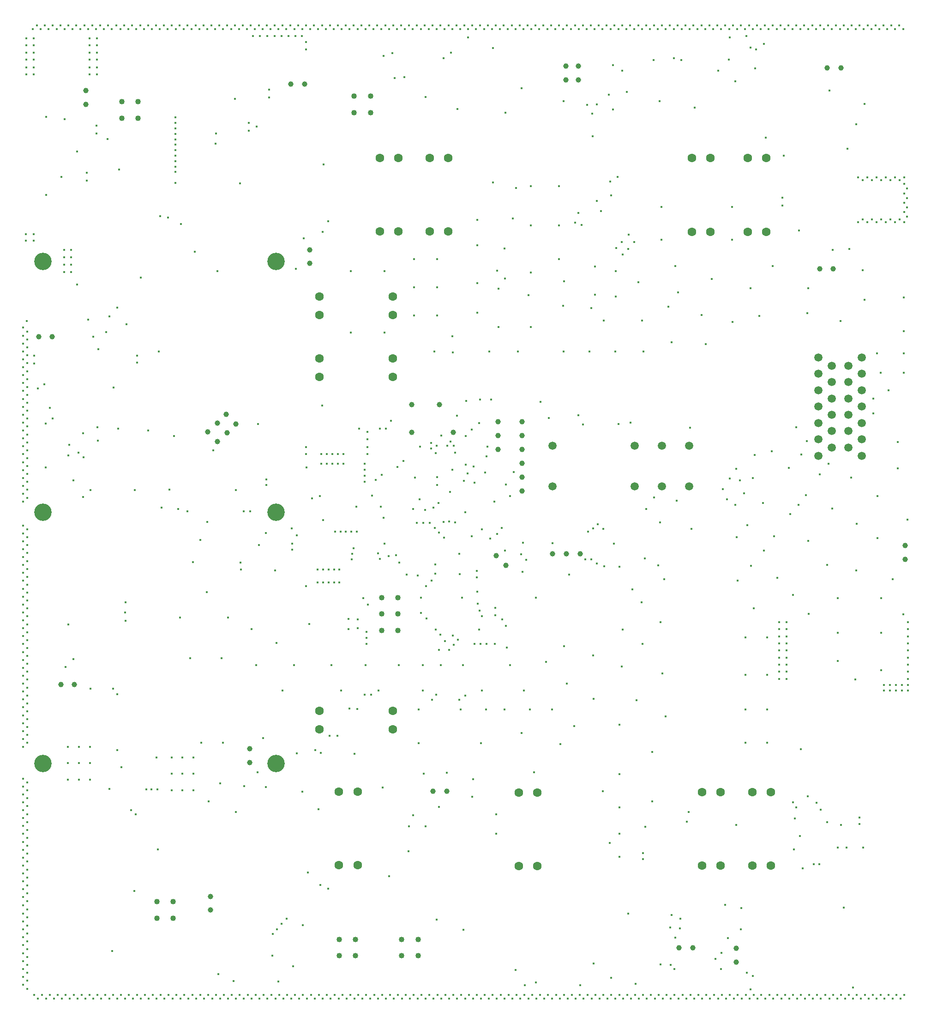
<source format=gbr>
%TF.GenerationSoftware,KiCad,Pcbnew,8.0.5*%
%TF.CreationDate,2025-02-03T18:44:33+01:00*%
%TF.ProjectId,FT25_PDU,46543235-5f50-4445-952e-6b696361645f,V1.2*%
%TF.SameCoordinates,Original*%
%TF.FileFunction,Plated,1,4,PTH,Drill*%
%TF.FilePolarity,Positive*%
%FSLAX46Y46*%
G04 Gerber Fmt 4.6, Leading zero omitted, Abs format (unit mm)*
G04 Created by KiCad (PCBNEW 8.0.5) date 2025-02-03 18:44:33*
%MOMM*%
%LPD*%
G01*
G04 APERTURE LIST*
%TA.AperFunction,ViaDrill*%
%ADD10C,0.400000*%
%TD*%
%TA.AperFunction,ComponentDrill*%
%ADD11C,1.000000*%
%TD*%
%TA.AperFunction,ComponentDrill*%
%ADD12C,1.020000*%
%TD*%
%TA.AperFunction,ComponentDrill*%
%ADD13C,1.500000*%
%TD*%
%TA.AperFunction,ComponentDrill*%
%ADD14C,1.600000*%
%TD*%
%TA.AperFunction,ComponentDrill*%
%ADD15C,3.200000*%
%TD*%
G04 APERTURE END LIST*
D10*
X112811252Y-110225000D03*
X112811252Y-111675000D03*
X112811252Y-113125000D03*
X112811252Y-114575000D03*
X112811252Y-116025001D03*
X112811252Y-118925000D03*
X112811252Y-120375000D03*
X112811252Y-121825000D03*
X112811252Y-123275000D03*
X112811252Y-127625000D03*
X112811252Y-129075000D03*
X112811252Y-130525000D03*
X112811252Y-131975000D03*
X112811252Y-136325000D03*
X112811252Y-137775000D03*
X112811252Y-139225000D03*
X112811252Y-140675000D03*
X112811252Y-146475000D03*
X112811252Y-147925000D03*
X112811252Y-149375000D03*
X112811252Y-153725000D03*
X112811252Y-155175000D03*
X112811252Y-156625000D03*
X112811252Y-158075000D03*
X112811252Y-162425000D03*
X112811252Y-163875000D03*
X112811252Y-165325000D03*
X112811252Y-166775000D03*
X112811252Y-171125000D03*
X112811252Y-172575000D03*
X112811252Y-174025000D03*
X112811252Y-175475000D03*
X112811252Y-179825000D03*
X112811252Y-181275000D03*
X112811252Y-182725000D03*
X112811252Y-184175000D03*
X112811252Y-192875000D03*
X112811252Y-197225000D03*
X112811252Y-198675000D03*
X112811252Y-200125000D03*
X112811252Y-201575000D03*
X112811252Y-205925000D03*
X112811252Y-207375000D03*
X112811252Y-208825000D03*
X112811252Y-210275000D03*
X112811252Y-214625000D03*
X112811252Y-216075000D03*
X112811252Y-220525000D03*
X112811252Y-221975000D03*
X112811252Y-223425000D03*
X112811252Y-224875000D03*
X112811252Y-229225000D03*
X112811252Y-230675000D03*
X112811253Y-117475000D03*
X112811253Y-124725000D03*
X112811253Y-126175000D03*
X112811253Y-133425000D03*
X112811253Y-134875000D03*
X112811253Y-142125000D03*
X112811253Y-150825000D03*
X112811253Y-152275000D03*
X112811253Y-159525000D03*
X112811253Y-160975000D03*
X112811253Y-168225000D03*
X112811253Y-169675000D03*
X112811253Y-176925000D03*
X112811253Y-178375000D03*
X112811253Y-185625000D03*
X112811253Y-187075000D03*
X112811253Y-194325000D03*
X112811253Y-195775000D03*
X112811253Y-203025000D03*
X112811253Y-204475000D03*
X112811253Y-211725000D03*
X112811253Y-213175000D03*
X112811253Y-217625000D03*
X112811253Y-219075000D03*
X112811253Y-226325000D03*
X112811253Y-227775000D03*
X113300000Y-93100000D03*
X113300000Y-94300000D03*
X113400000Y-57200000D03*
X113400000Y-58500000D03*
X113400000Y-59800000D03*
X113400000Y-61100000D03*
X113400000Y-62500000D03*
X113400000Y-63800000D03*
X113460000Y-109000000D03*
X113500000Y-110950000D03*
X113500000Y-112400000D03*
X113500000Y-113850000D03*
X113500000Y-115300000D03*
X113500000Y-116750001D03*
X113500000Y-118199999D03*
X113500000Y-119650000D03*
X113500000Y-121100000D03*
X113500000Y-122550000D03*
X113500000Y-124000000D03*
X113500000Y-125450001D03*
X113500000Y-126899999D03*
X113500000Y-128350000D03*
X113500000Y-129800000D03*
X113500000Y-131250000D03*
X113500000Y-132700000D03*
X113500000Y-134150001D03*
X113500000Y-135599999D03*
X113500000Y-137050000D03*
X113500000Y-138500000D03*
X113500000Y-139950000D03*
X113500000Y-141400000D03*
X113500000Y-147200000D03*
X113500000Y-148650000D03*
X113500000Y-150100000D03*
X113500000Y-151550001D03*
X113500000Y-152999999D03*
X113500000Y-154450000D03*
X113500000Y-155900000D03*
X113500000Y-157350000D03*
X113500000Y-158800000D03*
X113500000Y-160250001D03*
X113500000Y-161700000D03*
X113500000Y-163150000D03*
X113500000Y-164600000D03*
X113500000Y-166050000D03*
X113500000Y-167500000D03*
X113500000Y-168950001D03*
X113500000Y-170400000D03*
X113500000Y-171850000D03*
X113500000Y-173300000D03*
X113500000Y-174750000D03*
X113500000Y-176200000D03*
X113500000Y-177650001D03*
X113500000Y-179100000D03*
X113500000Y-180550000D03*
X113500000Y-182000000D03*
X113500000Y-183450000D03*
X113500000Y-184900000D03*
X113500000Y-186350001D03*
X113500000Y-193600000D03*
X113500000Y-195050001D03*
X113500000Y-196500000D03*
X113500000Y-197950000D03*
X113500000Y-199400000D03*
X113500000Y-200850000D03*
X113500000Y-202300000D03*
X113500000Y-203750001D03*
X113500000Y-205200000D03*
X113500000Y-206600000D03*
X113500000Y-208100000D03*
X113500000Y-209550000D03*
X113500000Y-211000000D03*
X113500000Y-212449999D03*
X113500000Y-213900000D03*
X113500000Y-215350000D03*
X113500000Y-216900000D03*
X113500000Y-218350001D03*
X113500000Y-219800000D03*
X113500000Y-221250000D03*
X113500000Y-222700000D03*
X113500000Y-224150000D03*
X113500000Y-225600000D03*
X113500000Y-227050001D03*
X113500000Y-228500000D03*
X113500000Y-229950000D03*
X113500000Y-231400000D03*
X114575000Y-55488748D03*
X114700000Y-57200000D03*
X114700000Y-58500000D03*
X114700000Y-59800000D03*
X114700000Y-61100000D03*
X114700000Y-62500000D03*
X114700000Y-63800000D03*
X114700000Y-93100000D03*
X114700000Y-94300000D03*
X114800000Y-232500000D03*
X114850000Y-115365000D03*
X114850000Y-116835000D03*
X115300000Y-54800000D03*
X115500000Y-121400000D03*
X115525000Y-233188748D03*
X116025000Y-55488748D03*
X116250000Y-232500000D03*
X116700000Y-120600008D03*
X116750000Y-54800000D03*
X116950000Y-127809998D03*
X116950000Y-135830000D03*
X116975000Y-233188748D03*
X117000000Y-85900000D03*
X117010000Y-71560000D03*
X117475000Y-55488748D03*
X117700000Y-124900000D03*
X117700000Y-232500000D03*
X118200000Y-54800000D03*
X118200000Y-126900000D03*
X118425000Y-233188748D03*
X118925000Y-55488747D03*
X119150000Y-232500000D03*
X119650001Y-54800000D03*
X119820000Y-82610000D03*
X119875000Y-233188748D03*
X120300000Y-96000000D03*
X120300000Y-97300000D03*
X120300000Y-98700000D03*
X120300000Y-100000000D03*
X120375000Y-55488747D03*
X120380000Y-72000000D03*
X120600000Y-172400000D03*
X120600000Y-232500000D03*
X121020000Y-187060000D03*
X121020000Y-190060000D03*
X121020000Y-193060000D03*
X121096643Y-164655057D03*
X121100000Y-54800000D03*
X121109733Y-133655785D03*
X121220000Y-131730000D03*
X121325000Y-233188748D03*
X121600000Y-96000000D03*
X121600000Y-97300000D03*
X121600000Y-98700000D03*
X121600000Y-100000000D03*
X121825000Y-55488748D03*
X122000006Y-138200000D03*
X122026642Y-170965056D03*
X122050000Y-232500000D03*
X122550000Y-54800000D03*
X122670000Y-77940000D03*
X122690000Y-102300000D03*
X122775000Y-233188748D03*
X122925000Y-133107169D03*
X123020000Y-187060000D03*
X123020000Y-190060000D03*
X123020000Y-193060000D03*
X123275000Y-55488748D03*
X123500000Y-232500000D03*
X123770000Y-129560000D03*
X123800000Y-141300000D03*
X123900000Y-134000000D03*
X124000000Y-54800000D03*
X124225000Y-233188748D03*
X124500000Y-81800000D03*
X124500000Y-83300000D03*
X124725000Y-55488748D03*
X124740000Y-108780000D03*
X124950000Y-232500000D03*
X125000000Y-57200000D03*
X125000000Y-58500000D03*
X125000000Y-59800000D03*
X125000000Y-61100000D03*
X125000000Y-62500000D03*
X125000000Y-63800000D03*
X125020000Y-187060000D03*
X125020000Y-190060000D03*
X125020000Y-193060000D03*
X125096643Y-176415000D03*
X125100000Y-140000000D03*
X125450000Y-54800000D03*
X125650000Y-111860000D03*
X125675000Y-233188748D03*
X126175000Y-55488748D03*
X126210000Y-73180000D03*
X126210000Y-74640000D03*
X126300000Y-57200000D03*
X126300000Y-58500000D03*
X126300000Y-59800000D03*
X126300000Y-61100000D03*
X126300000Y-62500000D03*
X126300000Y-63800000D03*
X126400000Y-232500000D03*
X126410000Y-128460000D03*
X126500000Y-130900000D03*
X126595000Y-114185000D03*
X126900000Y-54800000D03*
X127125000Y-233188748D03*
X127625000Y-55488747D03*
X127850000Y-232500000D03*
X128000000Y-111000000D03*
X128310000Y-75640000D03*
X128350001Y-54800000D03*
X128575000Y-233188748D03*
X128580000Y-194790000D03*
X128640000Y-108180000D03*
X129075000Y-55488747D03*
X129100000Y-224500000D03*
X129286643Y-176385057D03*
X129300000Y-232500000D03*
X129400000Y-121200000D03*
X129900000Y-54800000D03*
X130010000Y-177380000D03*
X130025000Y-233188748D03*
X130035000Y-187700000D03*
X130070000Y-106520000D03*
X130209425Y-128709479D03*
X130400000Y-81200000D03*
X130625000Y-55488748D03*
X130750000Y-232500000D03*
X130830000Y-190830000D03*
X131350000Y-54800000D03*
X131475000Y-233188748D03*
X131520000Y-162470000D03*
X131540000Y-160600000D03*
X131540000Y-163930000D03*
X131700000Y-109600000D03*
X132075000Y-55488748D03*
X132200000Y-232500000D03*
X132600000Y-198700000D03*
X132800000Y-54800000D03*
X132925000Y-233188748D03*
X133200000Y-213500002D03*
X133298000Y-139970000D03*
X133430000Y-199400000D03*
X133525000Y-55488747D03*
X133650000Y-232500000D03*
X133700000Y-115375000D03*
X133700000Y-116600000D03*
X134250001Y-54800000D03*
X134375000Y-233188748D03*
X134400001Y-101079999D03*
X134975000Y-55488747D03*
X135100000Y-232500000D03*
X135350000Y-194860000D03*
X135700000Y-54800000D03*
X135710000Y-129090000D03*
X135825000Y-233188748D03*
X136350000Y-194860000D03*
X136425000Y-55488748D03*
X136550000Y-232500000D03*
X137150000Y-54800000D03*
X137210000Y-189045000D03*
X137275000Y-233188748D03*
X137410000Y-194860000D03*
X137460000Y-205870000D03*
X137690000Y-114580000D03*
X137875000Y-55488748D03*
X137910000Y-89820000D03*
X138000000Y-232500000D03*
X138200000Y-143200000D03*
X138600000Y-54800000D03*
X138725000Y-233188748D03*
X139300000Y-55500000D03*
X139330000Y-90060000D03*
X139450000Y-232500000D03*
X139600000Y-139900000D03*
X140000000Y-189000000D03*
X140000000Y-192000000D03*
X140000000Y-195000000D03*
X140050000Y-54800000D03*
X140175000Y-233188748D03*
X140470000Y-130070000D03*
X140700000Y-71700000D03*
X140700000Y-72700000D03*
X140700000Y-73700000D03*
X140700000Y-74700000D03*
X140700000Y-75700000D03*
X140700000Y-76700000D03*
X140700000Y-77700000D03*
X140700000Y-78700000D03*
X140700000Y-79700000D03*
X140700000Y-80700000D03*
X140700000Y-81700000D03*
X140700000Y-83700000D03*
X140800000Y-55500000D03*
X140900000Y-232500000D03*
X141200000Y-143500000D03*
X141500000Y-54800000D03*
X141600000Y-163400000D03*
X141625000Y-233188748D03*
X141750000Y-91230000D03*
X142000000Y-189000000D03*
X142000000Y-192000000D03*
X142000000Y-195000000D03*
X142225000Y-55488747D03*
X142350000Y-232500000D03*
X142900000Y-143900000D03*
X142950001Y-54800000D03*
X143075000Y-233188748D03*
X143400000Y-170800000D03*
X143675000Y-55488747D03*
X143825000Y-232511252D03*
X143900000Y-153240000D03*
X144000000Y-189000000D03*
X144000000Y-192000000D03*
X144000000Y-195000000D03*
X144240000Y-96300000D03*
X144400000Y-54800000D03*
X144550000Y-233200000D03*
X145125000Y-55488748D03*
X145248008Y-149151992D03*
X145275000Y-232511252D03*
X145438624Y-186269996D03*
X145850000Y-54800000D03*
X146000000Y-233200000D03*
X146500000Y-158700000D03*
X146575000Y-55488748D03*
X146600000Y-145800000D03*
X146725000Y-232511252D03*
X146800000Y-197100000D03*
X147300000Y-54800000D03*
X147450000Y-233200000D03*
X147700000Y-132700000D03*
X148025000Y-55488748D03*
X148060000Y-76510000D03*
X148175000Y-232511252D03*
X148200000Y-74600000D03*
X148400000Y-99900000D03*
X148600000Y-228700000D03*
X148750000Y-54800000D03*
X148900000Y-233200000D03*
X148960000Y-193750000D03*
X149200000Y-170800000D03*
X149450000Y-186282143D03*
X149475000Y-55488748D03*
X149625000Y-232511252D03*
X150200000Y-54800000D03*
X150350000Y-233200000D03*
X150400000Y-163400000D03*
X150925000Y-55488747D03*
X151075000Y-232511252D03*
X151402000Y-229980000D03*
X151600000Y-68300000D03*
X151650001Y-54800000D03*
X151800000Y-140000000D03*
X151800000Y-199000000D03*
X151800000Y-233200000D03*
X152375000Y-55488747D03*
X152525000Y-232511252D03*
X152590000Y-83790000D03*
X152615045Y-153286262D03*
X152780000Y-154550000D03*
X153100000Y-54800000D03*
X153250000Y-233200000D03*
X153255000Y-143865000D03*
X153301992Y-194298008D03*
X153825000Y-55488748D03*
X153975000Y-232511252D03*
X154200000Y-72700000D03*
X154200000Y-74100000D03*
X154425000Y-143860000D03*
X154550000Y-54800000D03*
X154700000Y-165500000D03*
X154700000Y-233200000D03*
X154900000Y-56750000D03*
X155275000Y-55488748D03*
X155425000Y-232511252D03*
X155500000Y-172100000D03*
X155620000Y-73390000D03*
X155805000Y-191700000D03*
X155900000Y-127900000D03*
X156000000Y-54800000D03*
X156030000Y-150040000D03*
X156150000Y-233200000D03*
X156200000Y-56750000D03*
X156725000Y-55488748D03*
X156800000Y-185450000D03*
X156875000Y-232511252D03*
X157300000Y-147900000D03*
X157300000Y-194400000D03*
X157374997Y-138074989D03*
X157400000Y-139100000D03*
X157450000Y-54800000D03*
X157550000Y-56750000D03*
X157600000Y-233200000D03*
X157865000Y-68065000D03*
X157895000Y-66595000D03*
X158175000Y-55488748D03*
X158325000Y-232511252D03*
X158500000Y-225300000D03*
X158600000Y-221350000D03*
X158900000Y-54800000D03*
X158900000Y-56750000D03*
X158990000Y-154700000D03*
X159050000Y-233200000D03*
X159300000Y-168000000D03*
X159350000Y-220500000D03*
X159600000Y-230100000D03*
X159625000Y-55488747D03*
X159775000Y-232511252D03*
X160200000Y-56750000D03*
X160220000Y-219510000D03*
X160349999Y-54800000D03*
X160400000Y-176700000D03*
X160500000Y-233200000D03*
X161075000Y-55488747D03*
X161120000Y-218550000D03*
X161225000Y-232511252D03*
X161500000Y-56750000D03*
X161800000Y-54800000D03*
X161950000Y-233200000D03*
X162039380Y-146994046D03*
X162100000Y-149849997D03*
X162100000Y-150900000D03*
X162340000Y-227320000D03*
X162500000Y-172100000D03*
X162525000Y-55488748D03*
X162675000Y-232511252D03*
X162700000Y-56750000D03*
X162830000Y-99440000D03*
X162950000Y-188250000D03*
X162999999Y-148299999D03*
X163250000Y-54800000D03*
X163400000Y-233200000D03*
X163950000Y-56750000D03*
X163975000Y-55488748D03*
X164010000Y-195260000D03*
X164060000Y-219720000D03*
X164125000Y-232511252D03*
X164250000Y-93870000D03*
X164640000Y-133350000D03*
X164650000Y-57900000D03*
X164650000Y-59200000D03*
X164660000Y-132100000D03*
X164699992Y-157600000D03*
X164700000Y-54800000D03*
X164730000Y-135850000D03*
X164850000Y-233200000D03*
X165025000Y-210100000D03*
X165250000Y-164525000D03*
X165425000Y-55488748D03*
X165575000Y-232511252D03*
X165800000Y-141500000D03*
X166150000Y-54800000D03*
X166300000Y-233200000D03*
X166400000Y-187700000D03*
X166800000Y-154600000D03*
X166800000Y-156900000D03*
X166875000Y-55488748D03*
X166975000Y-198520000D03*
X167025000Y-232511252D03*
X167200000Y-141100000D03*
X167300000Y-212400000D03*
X167400000Y-188200000D03*
X167500000Y-133400000D03*
X167500000Y-135200000D03*
X167600000Y-54800000D03*
X167600000Y-124500000D03*
X167700000Y-92700000D03*
X167750000Y-233200000D03*
X167800000Y-145500000D03*
X167800000Y-154600000D03*
X167800000Y-156900000D03*
X167870000Y-80280000D03*
X168325000Y-55488747D03*
X168475000Y-232511252D03*
X168500000Y-133400000D03*
X168500000Y-135200000D03*
X168746017Y-213092734D03*
X168750000Y-90690000D03*
X168800000Y-154600000D03*
X168800000Y-156900000D03*
X169000000Y-185000000D03*
X169049999Y-54800000D03*
X169200000Y-233200000D03*
X169300000Y-172100000D03*
X169500000Y-133400000D03*
X169500000Y-135200000D03*
X169775000Y-55488747D03*
X169800000Y-154600000D03*
X169800000Y-156900000D03*
X169925000Y-232511252D03*
X170000000Y-147600000D03*
X170399993Y-185000007D03*
X170500000Y-54800000D03*
X170500000Y-133400000D03*
X170500000Y-135200000D03*
X170650000Y-233200000D03*
X170800000Y-154600000D03*
X170800000Y-156900000D03*
X171000000Y-147600000D03*
X171100000Y-176700000D03*
X171225000Y-55488748D03*
X171375000Y-232511252D03*
X171500000Y-133400000D03*
X171500000Y-135200000D03*
X171950000Y-54800000D03*
X172000000Y-147600000D03*
X172100000Y-233200000D03*
X172500000Y-163600002D03*
X172500010Y-165500000D03*
X172630000Y-180080042D03*
X172675000Y-55488748D03*
X172825000Y-232511252D03*
X172900000Y-99900000D03*
X172900000Y-111100000D03*
X173000000Y-147600000D03*
X173100000Y-152700000D03*
X173178100Y-151701287D03*
X173400000Y-54800000D03*
X173400000Y-150675000D03*
X173550000Y-233200000D03*
X173600000Y-188300000D03*
X173900000Y-143025000D03*
X174000000Y-147600000D03*
X174098008Y-180098008D03*
X174125000Y-55488748D03*
X174200000Y-163700000D03*
X174200000Y-165300000D03*
X174275000Y-232511252D03*
X174400000Y-128700000D03*
X174850000Y-54800000D03*
X175000000Y-233200000D03*
X175200000Y-159800000D03*
X175399996Y-177500000D03*
X175400000Y-135200000D03*
X175400000Y-136300000D03*
X175400000Y-137400000D03*
X175400000Y-138500000D03*
X175575000Y-55488748D03*
X175600000Y-172100000D03*
X175725000Y-232511252D03*
X175800000Y-166000000D03*
X175800000Y-167100000D03*
X175800000Y-168200000D03*
X175900000Y-129300000D03*
X175900000Y-130700000D03*
X175900000Y-132100000D03*
X175900000Y-133400000D03*
X176000000Y-161000000D03*
X176300000Y-54800000D03*
X176450000Y-233200000D03*
X176600000Y-177500000D03*
X176780000Y-141010000D03*
X177025000Y-55488747D03*
X177175000Y-232511252D03*
X177500000Y-138160000D03*
X177749999Y-54800000D03*
X177900000Y-151600000D03*
X177900000Y-233200000D03*
X178000000Y-176700000D03*
X178200000Y-128700000D03*
X178251992Y-152651992D03*
X178400000Y-143025000D03*
X178475000Y-55488747D03*
X178545000Y-137195000D03*
X178625000Y-232511252D03*
X178700000Y-194500000D03*
X178900000Y-60400000D03*
X178939693Y-145064290D03*
X179087574Y-149787575D03*
X179100000Y-99900000D03*
X179100000Y-111100000D03*
X179200000Y-54800000D03*
X179300000Y-128700000D03*
X179350000Y-233200000D03*
X179800000Y-152100000D03*
X179900000Y-210800000D03*
X179925000Y-55488748D03*
X180075000Y-232511252D03*
X180280000Y-127280000D03*
X180473008Y-59923008D03*
X180650000Y-54800000D03*
X180800000Y-233200000D03*
X180950000Y-64500000D03*
X181168421Y-151900000D03*
X181375000Y-55488748D03*
X181400000Y-135721507D03*
X181525000Y-232511252D03*
X181700000Y-172100000D03*
X181800000Y-153300000D03*
X182100000Y-54800000D03*
X182250000Y-233200000D03*
X182550000Y-134690000D03*
X182700000Y-64300000D03*
X182825000Y-55488748D03*
X182975000Y-232511252D03*
X183096519Y-155468306D03*
X183500000Y-206170000D03*
X183520000Y-201650000D03*
X183550000Y-54800000D03*
X183700000Y-233200000D03*
X184275000Y-55488748D03*
X184300000Y-143500000D03*
X184300000Y-199600000D03*
X184425000Y-232511252D03*
X184500000Y-97700000D03*
X184500000Y-102800000D03*
X184500000Y-108000000D03*
X184700000Y-137700000D03*
X185000000Y-54800000D03*
X185000000Y-146000000D03*
X185150000Y-233200000D03*
X185171992Y-155668008D03*
X185300000Y-180200000D03*
X185300000Y-186400000D03*
X185500000Y-141700000D03*
X185600000Y-132000000D03*
X185725000Y-55488747D03*
X185800000Y-159700000D03*
X185800000Y-162500000D03*
X185875000Y-232511252D03*
X186100000Y-172100000D03*
X186100000Y-176700000D03*
X186200000Y-146000000D03*
X186300000Y-192000000D03*
X186449999Y-54800000D03*
X186500000Y-143600000D03*
X186600000Y-201600000D03*
X186600000Y-233200000D03*
X186625001Y-67910000D03*
X186700000Y-157600000D03*
X186800000Y-163500000D03*
X187175000Y-55488747D03*
X187325000Y-232511252D03*
X187400000Y-146000000D03*
X187600000Y-131400000D03*
X187600000Y-132400000D03*
X187739097Y-156575000D03*
X187800000Y-178400000D03*
X187900000Y-54800000D03*
X188050000Y-233200000D03*
X188070107Y-143211227D03*
X188200000Y-114600000D03*
X188300000Y-146900000D03*
X188399998Y-155300000D03*
X188400000Y-153650000D03*
X188499994Y-133200000D03*
X188500000Y-165600000D03*
X188575000Y-177500000D03*
X188600000Y-131900000D03*
X188600000Y-218700000D03*
X188625000Y-55488748D03*
X188700000Y-97700000D03*
X188700000Y-102800000D03*
X188700000Y-108000000D03*
X188710000Y-139040000D03*
X188725000Y-137630000D03*
X188775000Y-232511252D03*
X189000000Y-142375000D03*
X189060000Y-198100000D03*
X189100000Y-147800000D03*
X189100000Y-169300000D03*
X189300000Y-166500000D03*
X189350000Y-54800000D03*
X189400000Y-172100000D03*
X189500000Y-130000004D03*
X189500000Y-233200000D03*
X189900000Y-60800000D03*
X189911324Y-145800714D03*
X190000000Y-148700000D03*
X190075000Y-55488748D03*
X190200004Y-167650000D03*
X190225000Y-232511252D03*
X190500002Y-191800000D03*
X190600000Y-131900000D03*
X190800000Y-54800000D03*
X190900000Y-169300000D03*
X190950000Y-233200000D03*
X190961292Y-145792265D03*
X191099997Y-140299997D03*
X191200000Y-131100000D03*
X191260000Y-59820000D03*
X191500000Y-111800000D03*
X191500000Y-136300000D03*
X191525000Y-55488748D03*
X191600000Y-114800000D03*
X191600000Y-166700000D03*
X191675000Y-232511252D03*
X191800000Y-131900000D03*
X191800000Y-168400000D03*
X192007326Y-145883469D03*
X192025000Y-133155564D03*
X192250000Y-54800000D03*
X192400000Y-126400000D03*
X192400000Y-233200000D03*
X192450000Y-70165001D03*
X192500000Y-167400000D03*
X192800000Y-178475000D03*
X192817991Y-151682009D03*
X192829810Y-155370190D03*
X192975000Y-55488748D03*
X193000000Y-180200000D03*
X193125000Y-232511252D03*
X193300000Y-159700000D03*
X193500000Y-172100000D03*
X193560000Y-220630000D03*
X193600000Y-138300000D03*
X193700000Y-54800000D03*
X193850000Y-233200000D03*
X193900000Y-144100000D03*
X193900000Y-177700000D03*
X193990000Y-135364382D03*
X194000000Y-130100000D03*
X194062314Y-123660425D03*
X194349996Y-136949996D03*
X194400004Y-57000000D03*
X194425000Y-55488747D03*
X194575000Y-232511252D03*
X195100000Y-128900000D03*
X195112500Y-148487500D03*
X195149999Y-54800000D03*
X195170000Y-196200000D03*
X195300000Y-193000000D03*
X195300000Y-233200000D03*
X195400000Y-135700000D03*
X195600000Y-138600000D03*
X195600000Y-168200000D03*
X195875000Y-55488747D03*
X195967991Y-154832009D03*
X196000000Y-156000000D03*
X196025000Y-232511252D03*
X196079810Y-158620190D03*
X196100000Y-90500000D03*
X196100000Y-95100000D03*
X196100000Y-102100000D03*
X196100000Y-107500000D03*
X196133795Y-160866207D03*
X196400000Y-127700000D03*
X196450000Y-165550000D03*
X196500000Y-162121928D03*
X196600000Y-54800000D03*
X196600000Y-123425000D03*
X196650000Y-168210000D03*
X196750000Y-233200000D03*
X196800000Y-186400000D03*
X196899966Y-163092769D03*
X196900000Y-147200000D03*
X196900000Y-176700000D03*
X197325000Y-55488748D03*
X197475000Y-232511252D03*
X197500000Y-136800000D03*
X197700000Y-180200000D03*
X197760000Y-168210000D03*
X197780000Y-133810000D03*
X197930000Y-132070000D03*
X198050000Y-54800000D03*
X198200000Y-233200000D03*
X198300000Y-114600000D03*
X198500000Y-148900000D03*
X198600000Y-123425000D03*
X198775000Y-55488748D03*
X198925000Y-232511252D03*
X198930009Y-83630009D03*
X198981636Y-58948364D03*
X199250000Y-142110000D03*
X199325000Y-168210000D03*
X199400000Y-161600000D03*
X199400000Y-162900000D03*
X199500000Y-54800000D03*
X199550000Y-202990000D03*
X199570000Y-199410000D03*
X199650000Y-233200000D03*
X199700000Y-148000000D03*
X199750000Y-99750000D03*
X200000000Y-103100000D03*
X200000000Y-110100000D03*
X200225000Y-55488748D03*
X200375000Y-232511252D03*
X200540000Y-146910000D03*
X200700008Y-163700000D03*
X200950000Y-54800000D03*
X201100000Y-95700000D03*
X201100000Y-180200000D03*
X201100000Y-233200000D03*
X201199997Y-101199997D03*
X201200000Y-151100000D03*
X201240000Y-70840000D03*
X201326447Y-164859505D03*
X201379994Y-139000000D03*
X201500000Y-168850000D03*
X201675000Y-55488748D03*
X201825000Y-232511252D03*
X202070000Y-141100000D03*
X202100000Y-172100000D03*
X202400000Y-54800000D03*
X202550000Y-233200000D03*
X202600000Y-90200000D03*
X202800000Y-136700000D03*
X203100000Y-228000000D03*
X203125000Y-55488747D03*
X203200000Y-84600000D03*
X203275000Y-232511252D03*
X203500000Y-114600000D03*
X203849999Y-54800000D03*
X204000000Y-233200000D03*
X204100000Y-151800000D03*
X204200000Y-66300000D03*
X204200000Y-184500000D03*
X204400000Y-155000000D03*
X204430000Y-149675000D03*
X204575000Y-55488747D03*
X204600000Y-176700000D03*
X204725000Y-232511252D03*
X204800000Y-230800000D03*
X205100000Y-152800000D03*
X205300000Y-54800000D03*
X205450000Y-233200000D03*
X205500000Y-104300000D03*
X205700000Y-180200000D03*
X205900000Y-84300000D03*
X205900000Y-91500000D03*
X205900000Y-100100000D03*
X205900000Y-110100000D03*
X206025000Y-55488748D03*
X206175000Y-232511252D03*
X206500000Y-191700000D03*
X206750000Y-54800000D03*
X206800000Y-159700000D03*
X206840000Y-230230000D03*
X206900000Y-233200000D03*
X207475000Y-55488748D03*
X207625000Y-232511252D03*
X207700000Y-123800000D03*
X208200000Y-54800000D03*
X208350000Y-233200000D03*
X208700000Y-171500000D03*
X208925000Y-55488748D03*
X209075000Y-232511252D03*
X209200000Y-126800000D03*
X209650000Y-54800000D03*
X209800000Y-180200000D03*
X209800000Y-233200000D03*
X209900000Y-149700000D03*
X210375000Y-55488748D03*
X210525000Y-232511252D03*
X211100000Y-84300000D03*
X211100000Y-91500000D03*
X211100000Y-97700000D03*
X211100001Y-54800000D03*
X211250000Y-233200000D03*
X211300000Y-186600000D03*
X211800000Y-106200000D03*
X211825000Y-55488747D03*
X211890000Y-68700000D03*
X211900000Y-114600000D03*
X211975000Y-232511252D03*
X212000000Y-101700000D03*
X212000000Y-168600000D03*
X212500000Y-175500000D03*
X212549999Y-54800000D03*
X212700000Y-233200000D03*
X212900000Y-155475000D03*
X213275000Y-55488747D03*
X213425000Y-232511252D03*
X213900000Y-183300000D03*
X214000000Y-54800000D03*
X214000000Y-91000000D03*
X214150000Y-233200000D03*
X214590000Y-126320000D03*
X214599998Y-89200002D03*
X214725000Y-55488748D03*
X214875000Y-232511252D03*
X215000000Y-230800000D03*
X215200000Y-91400000D03*
X215450000Y-54800000D03*
X215500000Y-128000000D03*
X215600000Y-233200000D03*
X215942925Y-152674563D03*
X216175000Y-55488748D03*
X216200000Y-69400000D03*
X216325000Y-232511252D03*
X216400000Y-147600000D03*
X216700000Y-114600000D03*
X216900000Y-54800000D03*
X216989289Y-152725000D03*
X217000000Y-106600000D03*
X217050000Y-233200000D03*
X217140000Y-70970000D03*
X217270000Y-75120000D03*
X217300000Y-147000000D03*
X217300000Y-170300000D03*
X217400000Y-178300000D03*
X217427008Y-226775000D03*
X217625000Y-55488748D03*
X217700000Y-99000000D03*
X217700000Y-104200000D03*
X217775000Y-232511252D03*
X218000000Y-69300000D03*
X218000000Y-87000000D03*
X218000000Y-153500000D03*
X218200000Y-146300000D03*
X218350000Y-54800000D03*
X218500000Y-233200000D03*
X218798012Y-88898004D03*
X219075000Y-55488748D03*
X219100000Y-195200000D03*
X219200000Y-147075000D03*
X219225000Y-232511252D03*
X219300000Y-108900000D03*
X219340589Y-153966688D03*
X219800001Y-54800000D03*
X219950000Y-233200000D03*
X220225000Y-67500000D03*
X220400000Y-204700000D03*
X220500000Y-83399996D03*
X220525000Y-55488747D03*
X220600000Y-86000000D03*
X220600000Y-229400000D03*
X220675000Y-232511252D03*
X221000000Y-62100000D03*
X221000000Y-70200000D03*
X221190000Y-149810000D03*
X221249999Y-54800000D03*
X221400000Y-114600000D03*
X221400000Y-233200000D03*
X221500000Y-99900000D03*
X221500000Y-104500000D03*
X221600000Y-95600000D03*
X221820000Y-82600000D03*
X221975000Y-55488747D03*
X222000000Y-127899960D03*
X222125000Y-232511252D03*
X222170599Y-154075000D03*
X222200000Y-183000000D03*
X222200000Y-192100000D03*
X222200000Y-198200000D03*
X222200000Y-203000000D03*
X222200000Y-207200000D03*
X222600000Y-94500000D03*
X222600000Y-172300000D03*
X222700000Y-54800000D03*
X222700008Y-63100000D03*
X222800000Y-96800000D03*
X222800000Y-165600000D03*
X222850000Y-233200000D03*
X223425000Y-55488748D03*
X223500000Y-67000000D03*
X223575000Y-232511252D03*
X223800000Y-95800000D03*
X223800000Y-217600000D03*
X223901000Y-93200000D03*
X224150000Y-54800000D03*
X224200000Y-127600000D03*
X224300000Y-233200000D03*
X224500000Y-158200000D03*
X224875000Y-55488748D03*
X224900000Y-94500000D03*
X225025000Y-232511252D03*
X225100008Y-230500000D03*
X225300000Y-178500000D03*
X225600000Y-54800000D03*
X225600000Y-101900000D03*
X225750000Y-233200000D03*
X226200000Y-160600000D03*
X226300000Y-108900000D03*
X226325000Y-55488748D03*
X226400000Y-168200000D03*
X226460000Y-206550000D03*
X226460000Y-207680000D03*
X226475000Y-232511252D03*
X226600000Y-114600000D03*
X226800000Y-152500000D03*
X226900000Y-201700000D03*
X227050000Y-54800000D03*
X227100000Y-143490250D03*
X227200000Y-233200000D03*
X227775000Y-55488748D03*
X227925000Y-232511252D03*
X228200000Y-188000000D03*
X228200000Y-197100000D03*
X228400000Y-61200000D03*
X228500001Y-54800000D03*
X228550378Y-141349621D03*
X228650000Y-233200000D03*
X229225000Y-55488747D03*
X229300000Y-153800000D03*
X229375000Y-232511252D03*
X229540000Y-68670000D03*
X229600000Y-145900000D03*
X229700000Y-164200000D03*
X229706522Y-226989502D03*
X229900000Y-88100000D03*
X229900000Y-94100000D03*
X229949999Y-54800000D03*
X230000000Y-173600000D03*
X230100000Y-233200000D03*
X230400000Y-156300000D03*
X230600000Y-181500000D03*
X230675000Y-55488747D03*
X230825000Y-232511252D03*
X231100000Y-106400000D03*
X231400000Y-54800000D03*
X231500000Y-220200000D03*
X231550000Y-227000000D03*
X231550000Y-233200000D03*
X231700000Y-112900000D03*
X231775000Y-217920000D03*
X232125000Y-55488748D03*
X232150001Y-60800000D03*
X232238147Y-227775000D03*
X232275000Y-232511252D03*
X232400000Y-98900000D03*
X232400000Y-222000000D03*
X232700000Y-141925000D03*
X232850000Y-54800000D03*
X232900000Y-103800000D03*
X233000000Y-233200000D03*
X233278008Y-220361992D03*
X233360000Y-218530000D03*
X233500000Y-61200000D03*
X233575000Y-55488748D03*
X233725000Y-232511252D03*
X234300000Y-54800000D03*
X234450000Y-233200000D03*
X234500000Y-200750000D03*
X234852089Y-199006073D03*
X235025000Y-55488748D03*
X235100000Y-128600000D03*
X235175000Y-232511252D03*
X235375000Y-147075000D03*
X235750000Y-54800000D03*
X235900000Y-233200000D03*
X235970000Y-69880000D03*
X236475000Y-55488748D03*
X236625000Y-232511252D03*
X237200000Y-107900000D03*
X237200001Y-54800000D03*
X237350000Y-233200000D03*
X237925000Y-55488747D03*
X238000000Y-113200000D03*
X238075000Y-232511252D03*
X238649999Y-54800000D03*
X238800000Y-233200000D03*
X239100000Y-101300000D03*
X239375000Y-55488747D03*
X239525000Y-232511252D03*
X239750000Y-225950000D03*
X240100000Y-54800000D03*
X240250000Y-233200000D03*
X240270000Y-63100000D03*
X240800000Y-227800000D03*
X240825000Y-55488748D03*
X240850000Y-224850000D03*
X240975000Y-232511252D03*
X241100000Y-139800000D03*
X241550000Y-54800000D03*
X241590000Y-216010000D03*
X241700000Y-233200000D03*
X241901041Y-141700000D03*
X242075015Y-222124985D03*
X242201992Y-61125000D03*
X242275000Y-55488748D03*
X242425000Y-137881802D03*
X242425000Y-232511252D03*
X242440000Y-57040000D03*
X242800000Y-88100000D03*
X242800000Y-94100000D03*
X242900000Y-109200000D03*
X243000000Y-54800000D03*
X243150000Y-233200000D03*
X243400000Y-65100000D03*
X243400000Y-142700000D03*
X243600000Y-136100000D03*
X243620000Y-201400000D03*
X243700000Y-148600000D03*
X243725000Y-55488748D03*
X243800000Y-156600000D03*
X243875000Y-232511252D03*
X244266563Y-138250000D03*
X244450000Y-54800000D03*
X244450000Y-220530000D03*
X244490000Y-216660000D03*
X244600000Y-233200000D03*
X245000000Y-140600000D03*
X245175000Y-55488748D03*
X245300000Y-167000000D03*
X245300000Y-173900000D03*
X245300000Y-180200000D03*
X245300000Y-186300000D03*
X245325000Y-232511252D03*
X245425000Y-56774999D03*
X245500000Y-228500000D03*
X245600000Y-146400000D03*
X245925000Y-54811252D03*
X246050000Y-233200000D03*
X246200000Y-58900000D03*
X246200000Y-103000000D03*
X246200000Y-231500000D03*
X246300000Y-153900000D03*
X246600000Y-137800000D03*
X246600000Y-229100000D03*
X246650000Y-55500000D03*
X246775000Y-232511252D03*
X246800000Y-161700000D03*
X247000008Y-133600000D03*
X247030000Y-62725000D03*
X247207740Y-59194900D03*
X247375000Y-54811251D03*
X247500000Y-233200000D03*
X247800000Y-108100000D03*
X248100000Y-55500000D03*
X248182028Y-232500000D03*
X248500000Y-142400000D03*
X248700000Y-58200000D03*
X248700000Y-151100000D03*
X248825000Y-54811251D03*
X248950000Y-233200000D03*
X249000000Y-75400000D03*
X249300000Y-167000000D03*
X249300000Y-173900000D03*
X249300000Y-180200000D03*
X249300000Y-186300000D03*
X249550000Y-55500000D03*
X249700000Y-232500000D03*
X250100000Y-132900000D03*
X250275000Y-54811252D03*
X250300000Y-98900000D03*
X250400000Y-233200000D03*
X250500000Y-148500000D03*
X251000000Y-55500000D03*
X251100000Y-156100000D03*
X251125000Y-232511252D03*
X251500000Y-164200000D03*
X251500000Y-165500000D03*
X251500000Y-166800000D03*
X251500000Y-168100000D03*
X251500000Y-169400000D03*
X251500000Y-170700000D03*
X251500000Y-172000000D03*
X251500000Y-173300000D03*
X251500000Y-174600000D03*
X251725000Y-54811252D03*
X251850000Y-233200000D03*
X252050000Y-86400000D03*
X252050000Y-87800000D03*
X252300000Y-78700000D03*
X252450000Y-55500000D03*
X252575000Y-232511252D03*
X252800000Y-164200000D03*
X252800000Y-165500000D03*
X252800000Y-166800000D03*
X252800000Y-168100000D03*
X252800000Y-169400000D03*
X252800000Y-170700000D03*
X252800000Y-172000000D03*
X252800000Y-173300000D03*
X252800000Y-174600000D03*
X253175000Y-54811252D03*
X253200000Y-135900000D03*
X253300000Y-233200000D03*
X253500000Y-144400000D03*
X253900000Y-55500000D03*
X253979994Y-197260000D03*
X254000000Y-159200000D03*
X254025000Y-232511252D03*
X254200000Y-205900000D03*
X254325000Y-200207326D03*
X254600000Y-128500000D03*
X254600000Y-198200000D03*
X254625000Y-54811252D03*
X254750000Y-233200000D03*
X255000000Y-142700000D03*
X255100000Y-92400000D03*
X255264720Y-203443899D03*
X255350000Y-55500000D03*
X255400002Y-187499995D03*
X255475000Y-232511252D03*
X255500000Y-133500000D03*
X255800000Y-209340000D03*
X256075000Y-54811251D03*
X256200000Y-233200000D03*
X256400000Y-140900000D03*
X256500000Y-131000000D03*
X256600000Y-107600000D03*
X256690000Y-196100000D03*
X256800000Y-55500000D03*
X256800000Y-103000000D03*
X256800000Y-149300000D03*
X256899996Y-162700000D03*
X256925000Y-232511252D03*
X257525000Y-54811251D03*
X257650000Y-233200000D03*
X257800000Y-208564999D03*
X258250000Y-55500000D03*
X258320002Y-197355000D03*
X258375000Y-232511252D03*
X258864644Y-208564999D03*
X258900000Y-137100000D03*
X258975000Y-54811252D03*
X259100000Y-233200000D03*
X259110000Y-198600000D03*
X259700000Y-55500000D03*
X259925000Y-232511252D03*
X260240000Y-200890000D03*
X260300000Y-153700000D03*
X260425000Y-54811252D03*
X260500000Y-135200000D03*
X260650000Y-233200000D03*
X260700000Y-66800000D03*
X261150000Y-55500000D03*
X261200000Y-143400000D03*
X261300000Y-96000000D03*
X261375000Y-232511252D03*
X261875000Y-54811252D03*
X262100000Y-233200000D03*
X262200000Y-159800000D03*
X262200000Y-166200000D03*
X262200000Y-171300000D03*
X262240000Y-205570000D03*
X262600000Y-55500000D03*
X262700000Y-109000000D03*
X262820000Y-201410000D03*
X262825000Y-232511252D03*
X263300000Y-216500000D03*
X263325000Y-54811252D03*
X263550000Y-233200000D03*
X263800000Y-205500000D03*
X264000000Y-77400000D03*
X264050000Y-55500000D03*
X264275000Y-232511252D03*
X264299998Y-95800000D03*
X264700000Y-137700000D03*
X264775000Y-54811251D03*
X265000000Y-231200000D03*
X265000000Y-233200000D03*
X265400000Y-174700000D03*
X265500000Y-55500000D03*
X265600000Y-72900000D03*
X265600000Y-154700000D03*
X265700000Y-146200000D03*
X265725000Y-232511252D03*
X265899999Y-90900000D03*
X265900000Y-82700000D03*
X266180000Y-200010000D03*
X266200000Y-201200000D03*
X266225000Y-54811251D03*
X266450000Y-233200000D03*
X266750000Y-83226782D03*
X266750000Y-90373218D03*
X266800000Y-99700000D03*
X266900000Y-205500000D03*
X266950000Y-55500000D03*
X267082501Y-69210000D03*
X267100000Y-105100000D03*
X267175000Y-232511252D03*
X267600000Y-82700000D03*
X267600000Y-90900000D03*
X267675000Y-54811252D03*
X267900000Y-233200000D03*
X268400000Y-55500000D03*
X268450000Y-83226782D03*
X268450000Y-90373218D03*
X268625000Y-232511252D03*
X268700000Y-123200000D03*
X268700000Y-125900000D03*
X269125000Y-54811252D03*
X269299999Y-90900000D03*
X269300000Y-82700000D03*
X269350000Y-233200000D03*
X269400000Y-114900000D03*
X269500000Y-141100000D03*
X269500000Y-148800000D03*
X269850000Y-55500000D03*
X270075000Y-232511252D03*
X270100000Y-118500000D03*
X270150000Y-83226782D03*
X270150000Y-90373218D03*
X270200000Y-159800000D03*
X270200000Y-166200000D03*
X270200000Y-173000000D03*
X270575000Y-54811252D03*
X270700000Y-175700000D03*
X270700000Y-176700000D03*
X270800000Y-233200000D03*
X271000000Y-82700000D03*
X271000000Y-90900000D03*
X271300000Y-55500000D03*
X271500000Y-121699968D03*
X271525000Y-232511252D03*
X271800000Y-175700000D03*
X271800000Y-176700000D03*
X271850000Y-83226782D03*
X271850000Y-90373218D03*
X272025000Y-54811252D03*
X272250000Y-233200000D03*
X272300000Y-156300000D03*
X272699999Y-90900000D03*
X272700000Y-82700000D03*
X272750000Y-55500000D03*
X272900000Y-175700000D03*
X272900000Y-176700000D03*
X272975000Y-232511252D03*
X273200000Y-131200000D03*
X273200000Y-136000000D03*
X273475000Y-54811251D03*
X273550000Y-83226782D03*
X273550000Y-90373218D03*
X273700000Y-233200000D03*
X274000000Y-175700000D03*
X274000000Y-176700000D03*
X274200000Y-55500000D03*
X274200000Y-162800000D03*
X274300000Y-104700000D03*
X274300000Y-110900000D03*
X274300000Y-114900000D03*
X274300000Y-118500000D03*
X274400000Y-82700000D03*
X274400000Y-83899999D03*
X274400000Y-85600000D03*
X274400000Y-87299999D03*
X274400000Y-89000000D03*
X274400000Y-90900000D03*
X274425000Y-232511252D03*
X274926782Y-84750000D03*
X274926782Y-86450000D03*
X274926782Y-88150000D03*
X274926782Y-89850000D03*
X275000000Y-145400000D03*
X275100000Y-164200000D03*
X275100000Y-165500000D03*
X275100000Y-166800000D03*
X275100000Y-168100000D03*
X275100000Y-169400000D03*
X275100000Y-170700000D03*
X275100000Y-172000000D03*
X275100000Y-173300000D03*
X275100000Y-174600000D03*
X275100000Y-175700000D03*
X275100000Y-176700000D03*
D11*
%TO.C,TP7*%
X115640000Y-111860000D03*
X118140000Y-111860000D03*
%TO.C,TP8*%
X119700000Y-175640000D03*
X122200000Y-175640000D03*
%TO.C,TP19*%
X124290000Y-66770000D03*
X124290000Y-69270000D03*
%TO.C,TP16*%
X146658507Y-129361594D03*
%TO.C,TP13*%
X147190001Y-214490000D03*
X147190001Y-216990000D03*
%TO.C,TP15*%
X148399929Y-127761594D03*
%TO.C,TP16*%
X148426274Y-131129361D03*
%TO.C,TP17*%
X150052233Y-126132233D03*
%TO.C,TP15*%
X150167696Y-129529361D03*
%TO.C,TP17*%
X151820000Y-127900000D03*
%TO.C,TP6*%
X154370000Y-187430000D03*
X154370000Y-189930000D03*
%TO.C,TP18*%
X161920000Y-65550000D03*
X164420000Y-65550000D03*
%TO.C,TP2*%
X165320000Y-95960000D03*
X165320000Y-98460000D03*
%TO.C,K2*%
X184050000Y-124340000D03*
X184050000Y-129420000D03*
%TO.C,TP5*%
X188000000Y-195230000D03*
%TO.C,K2*%
X189130000Y-124340000D03*
%TO.C,TP5*%
X190500000Y-195230000D03*
%TO.C,K2*%
X191670000Y-129420000D03*
%TO.C,TP11*%
X199560553Y-152033274D03*
%TO.C,J2*%
X199865000Y-127465000D03*
X199865000Y-130005000D03*
X199865000Y-132545000D03*
%TO.C,TP11*%
X201328320Y-153801041D03*
%TO.C,J4*%
X204285000Y-127465000D03*
X204285000Y-130005000D03*
X204285000Y-132545000D03*
X204285000Y-135085000D03*
X204285000Y-137625000D03*
X204285000Y-140165000D03*
%TO.C,U11*%
X209860000Y-151720000D03*
%TO.C,TP12*%
X212339141Y-62292342D03*
X212339141Y-64792342D03*
%TO.C,U11*%
X212400000Y-151720000D03*
%TO.C,TP3*%
X214665218Y-62297470D03*
X214665218Y-64797470D03*
%TO.C,U11*%
X214940000Y-151720000D03*
%TO.C,TP10*%
X233090000Y-223860000D03*
X235590000Y-223860000D03*
%TO.C,TP1*%
X243620000Y-224000000D03*
X243620000Y-226500000D03*
%TO.C,TP14*%
X258880000Y-99440000D03*
%TO.C,TP4*%
X260299999Y-62600000D03*
%TO.C,TP14*%
X261380000Y-99440000D03*
%TO.C,TP4*%
X262799999Y-62600000D03*
%TO.C,TP9*%
X274570000Y-150180000D03*
X274570000Y-152680000D03*
D12*
%TO.C,J9*%
X130879500Y-68825800D03*
X130879500Y-71825800D03*
X133879500Y-68825800D03*
X133879500Y-71825800D03*
%TO.C,J11*%
X137324000Y-215474200D03*
X137324000Y-218474200D03*
X140324000Y-215474200D03*
X140324000Y-218474200D03*
%TO.C,J1*%
X170750000Y-222364200D03*
X170750000Y-225364200D03*
%TO.C,J5*%
X173505000Y-67795000D03*
X173505000Y-70795000D03*
%TO.C,J1*%
X173750000Y-222364200D03*
X173750000Y-225364200D03*
%TO.C,J5*%
X176505000Y-67795000D03*
X176505000Y-70795000D03*
%TO.C,J7*%
X178535000Y-159725000D03*
X178535000Y-162725000D03*
X178535000Y-165725000D03*
X181535000Y-159725000D03*
X181535000Y-162725000D03*
X181535000Y-165725000D03*
%TO.C,J3*%
X182234201Y-222361500D03*
X182234201Y-225361500D03*
X185234201Y-222361500D03*
X185234201Y-225361500D03*
D13*
%TO.C,K1*%
X209929411Y-131855000D03*
X209929411Y-139355000D03*
X224929411Y-131855000D03*
X224929411Y-139355000D03*
X229929411Y-131855000D03*
X229929411Y-139355000D03*
X234929411Y-131855000D03*
X234929411Y-139355000D03*
%TO.C,J10*%
X258650000Y-115700000D03*
X258650000Y-118700000D03*
X258650000Y-121700000D03*
X258650000Y-124700000D03*
X258650000Y-127700000D03*
X258650000Y-130700000D03*
X258650000Y-133700000D03*
X261150000Y-117200000D03*
X261150000Y-120200000D03*
X261150000Y-123200000D03*
X261150000Y-126200000D03*
X261150000Y-129200000D03*
X261150000Y-132200000D03*
X264150000Y-117200000D03*
X264150000Y-120200000D03*
X264150000Y-123200000D03*
X264150000Y-126200000D03*
X264150000Y-129200000D03*
X264150000Y-132200000D03*
X266650000Y-115700000D03*
X266650000Y-118700000D03*
X266650000Y-121700000D03*
X266650000Y-124700000D03*
X266650000Y-127700000D03*
X266650000Y-130700000D03*
X266650000Y-133700000D03*
D14*
%TO.C,H12*%
X167110000Y-180485000D03*
X167110000Y-183885000D03*
%TO.C,H15*%
X167159999Y-115825000D03*
X167159999Y-119225000D03*
%TO.C,H11*%
X167160000Y-104545000D03*
X167160000Y-107945000D03*
%TO.C,H10*%
X170725000Y-195300000D03*
X170725000Y-208770000D03*
X174125000Y-195300000D03*
X174125000Y-208770000D03*
%TO.C,H6*%
X178185000Y-79150000D03*
X178185000Y-92620000D03*
%TO.C,H12*%
X180580000Y-180485000D03*
X180580000Y-183885000D03*
%TO.C,H15*%
X180629999Y-115825000D03*
X180629999Y-119225000D03*
%TO.C,H11*%
X180630000Y-104545000D03*
X180630000Y-107945000D03*
%TO.C,H6*%
X181585000Y-79150000D03*
X181585000Y-92620000D03*
%TO.C,H14*%
X187375001Y-79150000D03*
X187375001Y-92620000D03*
X190775001Y-79150000D03*
X190775001Y-92620000D03*
%TO.C,H9*%
X203725000Y-195450000D03*
X203725000Y-208920000D03*
X207125000Y-195450000D03*
X207125000Y-208920000D03*
%TO.C,H7*%
X235435000Y-79160000D03*
X235435000Y-92630000D03*
%TO.C,H13*%
X237325000Y-195350000D03*
X237325000Y-208820000D03*
%TO.C,H7*%
X238835000Y-79160000D03*
X238835000Y-92630000D03*
%TO.C,H13*%
X240725000Y-195350000D03*
X240725000Y-208820000D03*
%TO.C,H8*%
X245725000Y-79160000D03*
X245725000Y-92630000D03*
%TO.C,H5*%
X246515000Y-195350000D03*
X246515000Y-208820000D03*
%TO.C,H8*%
X249125000Y-79160000D03*
X249125000Y-92630000D03*
%TO.C,H5*%
X249915000Y-195350000D03*
X249915000Y-208820000D03*
D15*
%TO.C,REF\u002A\u002A*%
X116410000Y-98080000D03*
X116410000Y-144080000D03*
X116410000Y-190080000D03*
X159210000Y-98080000D03*
X159210000Y-144080000D03*
X159210000Y-190080000D03*
M02*

</source>
